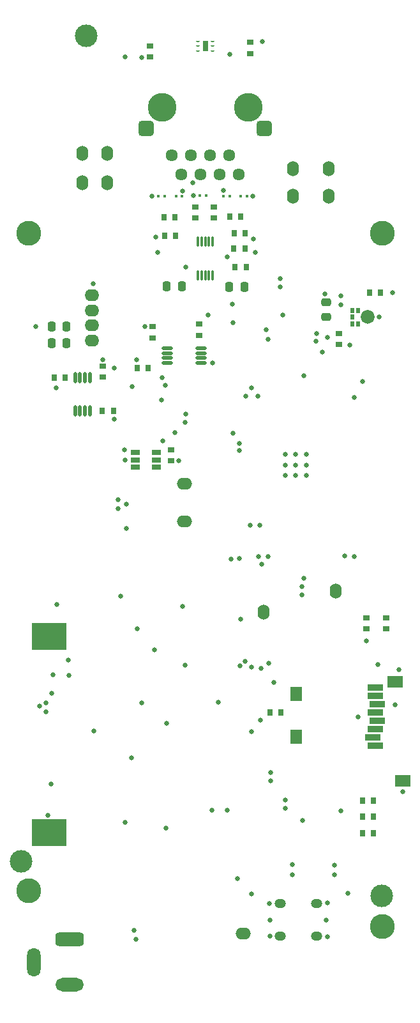
<source format=gbs>
G04*
G04 #@! TF.GenerationSoftware,Altium Limited,Altium Designer,24.0.1 (36)*
G04*
G04 Layer_Color=16711935*
%FSLAX44Y44*%
%MOMM*%
G71*
G04*
G04 #@! TF.SameCoordinates,7A80B53C-B2C1-45D1-8136-E7169236FAC4*
G04*
G04*
G04 #@! TF.FilePolarity,Negative*
G04*
G01*
G75*
%ADD22R,0.8000X0.9000*%
%ADD23R,0.9000X0.6500*%
%ADD24R,0.9000X0.8000*%
%ADD28R,0.6500X0.9000*%
G04:AMPARAMS|DCode=31|XSize=1mm|YSize=1.3mm|CornerRadius=0.25mm|HoleSize=0mm|Usage=FLASHONLY|Rotation=0.000|XOffset=0mm|YOffset=0mm|HoleType=Round|Shape=RoundedRectangle|*
%AMROUNDEDRECTD31*
21,1,1.0000,0.8000,0,0,0.0*
21,1,0.5000,1.3000,0,0,0.0*
1,1,0.5000,0.2500,-0.4000*
1,1,0.5000,-0.2500,-0.4000*
1,1,0.5000,-0.2500,0.4000*
1,1,0.5000,0.2500,0.4000*
%
%ADD31ROUNDEDRECTD31*%
G04:AMPARAMS|DCode=34|XSize=1mm|YSize=1.3mm|CornerRadius=0.25mm|HoleSize=0mm|Usage=FLASHONLY|Rotation=270.000|XOffset=0mm|YOffset=0mm|HoleType=Round|Shape=RoundedRectangle|*
%AMROUNDEDRECTD34*
21,1,1.0000,0.8000,0,0,270.0*
21,1,0.5000,1.3000,0,0,270.0*
1,1,0.5000,-0.4000,-0.2500*
1,1,0.5000,-0.4000,0.2500*
1,1,0.5000,0.4000,0.2500*
1,1,0.5000,0.4000,-0.2500*
%
%ADD34ROUNDEDRECTD34*%
%ADD60C,3.0000*%
%ADD64R,0.4616X0.3516*%
%ADD80O,1.5700X2.0000*%
%ADD81C,1.8300*%
G04:AMPARAMS|DCode=82|XSize=1.8mm|YSize=3.8mm|CornerRadius=0.9mm|HoleSize=0mm|Usage=FLASHONLY|Rotation=0.000|XOffset=0mm|YOffset=0mm|HoleType=Round|Shape=RoundedRectangle|*
%AMROUNDEDRECTD82*
21,1,1.8000,2.0000,0,0,0.0*
21,1,0.0000,3.8000,0,0,0.0*
1,1,1.8000,0.0000,-1.0000*
1,1,1.8000,0.0000,-1.0000*
1,1,1.8000,0.0000,1.0000*
1,1,1.8000,0.0000,1.0000*
%
%ADD82ROUNDEDRECTD82*%
G04:AMPARAMS|DCode=83|XSize=3.7mm|YSize=1.8mm|CornerRadius=0.9mm|HoleSize=0mm|Usage=FLASHONLY|Rotation=0.000|XOffset=0mm|YOffset=0mm|HoleType=Round|Shape=RoundedRectangle|*
%AMROUNDEDRECTD83*
21,1,3.7000,0.0000,0,0,0.0*
21,1,1.9000,1.8000,0,0,0.0*
1,1,1.8000,0.9500,0.0000*
1,1,1.8000,-0.9500,0.0000*
1,1,1.8000,-0.9500,0.0000*
1,1,1.8000,0.9500,0.0000*
%
%ADD83ROUNDEDRECTD83*%
G04:AMPARAMS|DCode=84|XSize=3.8mm|YSize=1.8mm|CornerRadius=0.45mm|HoleSize=0mm|Usage=FLASHONLY|Rotation=0.000|XOffset=0mm|YOffset=0mm|HoleType=Round|Shape=RoundedRectangle|*
%AMROUNDEDRECTD84*
21,1,3.8000,0.9000,0,0,0.0*
21,1,2.9000,1.8000,0,0,0.0*
1,1,0.9000,1.4500,-0.4500*
1,1,0.9000,-1.4500,-0.4500*
1,1,0.9000,-1.4500,0.4500*
1,1,0.9000,1.4500,0.4500*
%
%ADD84ROUNDEDRECTD84*%
%ADD85C,0.6716*%
%ADD86O,1.5016X1.2516*%
%ADD87O,2.0000X1.5700*%
%ADD88C,3.3016*%
%ADD89O,1.9016X1.6016*%
G04:AMPARAMS|DCode=90|XSize=2.1016mm|YSize=2.1016mm|CornerRadius=0.5508mm|HoleSize=0mm|Usage=FLASHONLY|Rotation=270.000|XOffset=0mm|YOffset=0mm|HoleType=Round|Shape=RoundedRectangle|*
%AMROUNDEDRECTD90*
21,1,2.1016,1.0000,0,0,270.0*
21,1,1.0000,2.1016,0,0,270.0*
1,1,1.1016,-0.5000,-0.5000*
1,1,1.1016,-0.5000,0.5000*
1,1,1.1016,0.5000,0.5000*
1,1,1.1016,0.5000,-0.5000*
%
%ADD90ROUNDEDRECTD90*%
%ADD91O,1.6016X1.6256*%
%ADD92C,3.8016*%
%ADD93C,0.6616*%
%ADD94C,0.6566*%
G04:AMPARAMS|DCode=121|XSize=0.45mm|YSize=1.45mm|CornerRadius=0.1125mm|HoleSize=0mm|Usage=FLASHONLY|Rotation=0.000|XOffset=0mm|YOffset=0mm|HoleType=Round|Shape=RoundedRectangle|*
%AMROUNDEDRECTD121*
21,1,0.4500,1.2250,0,0,0.0*
21,1,0.2250,1.4500,0,0,0.0*
1,1,0.2250,0.1125,-0.6125*
1,1,0.2250,-0.1125,-0.6125*
1,1,0.2250,-0.1125,0.6125*
1,1,0.2250,0.1125,0.6125*
%
%ADD121ROUNDEDRECTD121*%
G04:AMPARAMS|DCode=122|XSize=0.3mm|YSize=1.35mm|CornerRadius=0.075mm|HoleSize=0mm|Usage=FLASHONLY|Rotation=0.000|XOffset=0mm|YOffset=0mm|HoleType=Round|Shape=RoundedRectangle|*
%AMROUNDEDRECTD122*
21,1,0.3000,1.2000,0,0,0.0*
21,1,0.1500,1.3500,0,0,0.0*
1,1,0.1500,0.0750,-0.6000*
1,1,0.1500,-0.0750,-0.6000*
1,1,0.1500,-0.0750,0.6000*
1,1,0.1500,0.0750,0.6000*
%
%ADD122ROUNDEDRECTD122*%
G04:AMPARAMS|DCode=123|XSize=0.45mm|YSize=1.45mm|CornerRadius=0.1125mm|HoleSize=0mm|Usage=FLASHONLY|Rotation=90.000|XOffset=0mm|YOffset=0mm|HoleType=Round|Shape=RoundedRectangle|*
%AMROUNDEDRECTD123*
21,1,0.4500,1.2250,0,0,90.0*
21,1,0.2250,1.4500,0,0,90.0*
1,1,0.2250,0.6125,0.1125*
1,1,0.2250,0.6125,-0.1125*
1,1,0.2250,-0.6125,-0.1125*
1,1,0.2250,-0.6125,0.1125*
%
%ADD123ROUNDEDRECTD123*%
G04:AMPARAMS|DCode=124|XSize=0.5mm|YSize=0.25mm|CornerRadius=0.125mm|HoleSize=0mm|Usage=FLASHONLY|Rotation=180.000|XOffset=0mm|YOffset=0mm|HoleType=Round|Shape=RoundedRectangle|*
%AMROUNDEDRECTD124*
21,1,0.5000,0.0000,0,0,180.0*
21,1,0.2500,0.2500,0,0,180.0*
1,1,0.2500,-0.1250,0.0000*
1,1,0.2500,0.1250,0.0000*
1,1,0.2500,0.1250,0.0000*
1,1,0.2500,-0.1250,0.0000*
%
%ADD124ROUNDEDRECTD124*%
%ADD125R,0.6500X1.3500*%
%ADD129R,4.6016X3.6016*%
%ADD130R,0.6236X0.7016*%
%ADD131R,1.1516X0.7016*%
%ADD132R,2.1016X0.9016*%
%ADD133R,2.0016X1.5016*%
%ADD134R,1.5016X1.9016*%
D22*
X153500Y826000D02*
D03*
X138500D02*
D03*
X327500Y1041000D02*
D03*
X312500D02*
D03*
X329500Y1016000D02*
D03*
X314500D02*
D03*
D23*
X286000Y1096250D02*
D03*
Y1081750D02*
D03*
X262000Y1096250D02*
D03*
Y1081750D02*
D03*
X515000Y536750D02*
D03*
Y551250D02*
D03*
X489000D02*
D03*
Y536750D02*
D03*
X202000Y1309250D02*
D03*
Y1294750D02*
D03*
D24*
X230000Y774500D02*
D03*
Y759500D02*
D03*
X139000Y885500D02*
D03*
Y870500D02*
D03*
X335000Y1299500D02*
D03*
Y1314500D02*
D03*
X452000Y913500D02*
D03*
Y928500D02*
D03*
X267000Y941000D02*
D03*
Y926000D02*
D03*
X205000Y937500D02*
D03*
Y922500D02*
D03*
D28*
X313750Y1061000D02*
D03*
X328250D02*
D03*
X235250Y1058000D02*
D03*
X220750D02*
D03*
X360750Y426000D02*
D03*
X375250D02*
D03*
X483750Y288000D02*
D03*
X498250D02*
D03*
X483750Y266000D02*
D03*
X498250D02*
D03*
X483750Y309000D02*
D03*
X498250D02*
D03*
X235000Y1082701D02*
D03*
X220500D02*
D03*
X307782Y1083153D02*
D03*
X322282D02*
D03*
X89250Y870000D02*
D03*
X74750D02*
D03*
X492760Y982710D02*
D03*
X507260D02*
D03*
X199250Y883000D02*
D03*
X184750D02*
D03*
D31*
X71000Y938000D02*
D03*
X91000D02*
D03*
Y916000D02*
D03*
X71000D02*
D03*
X307000Y990000D02*
D03*
X327000D02*
D03*
X244000Y991000D02*
D03*
X224000D02*
D03*
D34*
X435000Y970000D02*
D03*
Y950000D02*
D03*
D60*
X31000Y229000D02*
D03*
X117000Y1323000D02*
D03*
X509000Y183000D02*
D03*
D64*
X221200Y1110000D02*
D03*
X212800D02*
D03*
X236000D02*
D03*
X244400D02*
D03*
X276455Y1110840D02*
D03*
X268055D02*
D03*
X307200Y1110000D02*
D03*
X298800D02*
D03*
X321800D02*
D03*
X330200D02*
D03*
D80*
X112000Y1128000D02*
D03*
X145000D02*
D03*
X439000Y1147000D02*
D03*
X391000D02*
D03*
X145000Y1167000D02*
D03*
X112000D02*
D03*
X439000Y1110000D02*
D03*
X448000Y587000D02*
D03*
X352000Y559000D02*
D03*
X391000Y1110000D02*
D03*
D81*
X490520Y950000D02*
D03*
D82*
X47880Y95530D02*
D03*
D83*
X94880Y65530D02*
D03*
D84*
Y125530D02*
D03*
D85*
X435685Y151398D02*
D03*
X360755D02*
D03*
D86*
X374255Y172898D02*
D03*
X422255D02*
D03*
X374255Y129898D02*
D03*
X422255D02*
D03*
D87*
X325000Y133000D02*
D03*
X247000Y679000D02*
D03*
Y729000D02*
D03*
D88*
X510179Y142308D02*
D03*
Y1061508D02*
D03*
X40979D02*
D03*
Y190308D02*
D03*
D89*
X125000Y979000D02*
D03*
Y939000D02*
D03*
Y959000D02*
D03*
Y919000D02*
D03*
D90*
X353470Y1200320D02*
D03*
X196970D02*
D03*
D91*
X281570Y1164320D02*
D03*
X243470Y1138920D02*
D03*
X268870D02*
D03*
X294270D02*
D03*
X319670D02*
D03*
X230770Y1164320D02*
D03*
X256170D02*
D03*
X306970D02*
D03*
D92*
X332370Y1227820D02*
D03*
X218070D02*
D03*
D93*
X73000Y476000D02*
D03*
X93000Y496000D02*
D03*
X78000Y569000D02*
D03*
X219000Y786000D02*
D03*
X235000Y797000D02*
D03*
X169000Y1295000D02*
D03*
X437000Y923000D02*
D03*
X71000Y452000D02*
D03*
X66000Y290000D02*
D03*
X127000Y402000D02*
D03*
X64000Y439000D02*
D03*
Y427000D02*
D03*
X94276Y475724D02*
D03*
X311000Y967000D02*
D03*
X170278Y669775D02*
D03*
X339000Y1053320D02*
D03*
X249000Y1016000D02*
D03*
X341000Y1035680D02*
D03*
X209362Y1056035D02*
D03*
X170000Y702000D02*
D03*
X374000Y1001000D02*
D03*
X336693Y856285D02*
D03*
X356000Y933000D02*
D03*
X455000Y978000D02*
D03*
X249000Y822000D02*
D03*
X222000Y860000D02*
D03*
X54887Y435111D02*
D03*
X506000Y950000D02*
D03*
X390536Y211312D02*
D03*
X390460Y224655D02*
D03*
X446167Y224025D02*
D03*
X446727Y211078D02*
D03*
X322000Y550000D02*
D03*
X437000Y174000D02*
D03*
Y129000D02*
D03*
X361000Y130000D02*
D03*
X360000Y173000D02*
D03*
X329000Y845000D02*
D03*
X311453Y796547D02*
D03*
X240000Y760000D02*
D03*
X378000Y953000D02*
D03*
X358000Y921000D02*
D03*
X374000Y990000D02*
D03*
X345000Y845000D02*
D03*
X217000Y840000D02*
D03*
X248000Y489000D02*
D03*
X163000Y580000D02*
D03*
X336000Y186000D02*
D03*
X318000Y206000D02*
D03*
X537000Y321000D02*
D03*
X381239Y299649D02*
D03*
X362000Y347000D02*
D03*
X464000Y187000D02*
D03*
X304000Y297000D02*
D03*
X284000D02*
D03*
X191000Y439000D02*
D03*
X248000Y811000D02*
D03*
X285000Y889000D02*
D03*
X292000Y440000D02*
D03*
X168000Y774000D02*
D03*
X178000Y858000D02*
D03*
X77000Y856000D02*
D03*
X154000Y815000D02*
D03*
X169000Y761000D02*
D03*
X320000Y773000D02*
D03*
X218000Y870000D02*
D03*
X154000Y883000D02*
D03*
X139000Y894000D02*
D03*
X159000Y708000D02*
D03*
Y696000D02*
D03*
X177000Y366000D02*
D03*
X70270Y331000D02*
D03*
X335000Y674000D02*
D03*
X531865Y483350D02*
D03*
X504000Y490000D02*
D03*
X50000Y938000D02*
D03*
X224000Y412000D02*
D03*
X434000Y981000D02*
D03*
X126000Y994000D02*
D03*
X184000Y894000D02*
D03*
X321000Y488000D02*
D03*
X527000Y436000D02*
D03*
X472690Y843781D02*
D03*
X349622Y622421D02*
D03*
X345593Y632791D02*
D03*
X472703Y633161D02*
D03*
X279000Y953000D02*
D03*
X195000Y938000D02*
D03*
X244700Y1116700D02*
D03*
X258000Y1128000D02*
D03*
X430000Y904000D02*
D03*
X466630Y912920D02*
D03*
X406000Y872000D02*
D03*
X307444Y1298342D02*
D03*
X422000Y918000D02*
D03*
X347000Y674000D02*
D03*
X328000Y494000D02*
D03*
X403000Y593000D02*
D03*
X309070Y629831D02*
D03*
X359000Y491000D02*
D03*
X183000Y126000D02*
D03*
X204000Y1110000D02*
D03*
X259255Y1110840D02*
D03*
X299000Y1118000D02*
D03*
X338000Y1110000D02*
D03*
X484000Y865000D02*
D03*
X245000Y567000D02*
D03*
D94*
X191000Y1294000D02*
D03*
X351000Y1315000D02*
D03*
X208000Y509000D02*
D03*
X304000Y1030000D02*
D03*
X422866Y927969D02*
D03*
X478000Y420000D02*
D03*
X180142Y137685D02*
D03*
X223000Y273000D02*
D03*
X381000Y310000D02*
D03*
X455000Y296000D02*
D03*
X404000Y283315D02*
D03*
X362000Y336000D02*
D03*
X348000Y416000D02*
D03*
X336000Y401000D02*
D03*
X312000Y943000D02*
D03*
X320000Y783000D02*
D03*
X403000Y582000D02*
D03*
X185000Y537000D02*
D03*
X336000Y486000D02*
D03*
X366000Y466000D02*
D03*
X212000Y1036000D02*
D03*
X275019Y1309450D02*
D03*
X409000Y740000D02*
D03*
X395000D02*
D03*
X381000D02*
D03*
Y754000D02*
D03*
X395000D02*
D03*
X409000D02*
D03*
Y768000D02*
D03*
X395000D02*
D03*
X381000D02*
D03*
X455000Y966000D02*
D03*
X358163Y632791D02*
D03*
X459911Y633383D02*
D03*
X320000Y630000D02*
D03*
X489000Y521000D02*
D03*
X406000Y604000D02*
D03*
X349000Y485000D02*
D03*
X169000Y281000D02*
D03*
X523755Y982741D02*
D03*
D121*
X102250Y870250D02*
D03*
X108750D02*
D03*
X115250D02*
D03*
X121750D02*
D03*
X102250Y825750D02*
D03*
X108750D02*
D03*
X115250D02*
D03*
X121750D02*
D03*
D122*
X270000Y1005750D02*
D03*
X285000D02*
D03*
X280000D02*
D03*
X275000D02*
D03*
X265000D02*
D03*
X285000Y1050250D02*
D03*
X280000D02*
D03*
X275000D02*
D03*
X270000D02*
D03*
X265000D02*
D03*
D123*
X224750Y889250D02*
D03*
Y895750D02*
D03*
Y902250D02*
D03*
Y908750D02*
D03*
X269250Y889250D02*
D03*
Y895750D02*
D03*
Y902250D02*
D03*
Y908750D02*
D03*
D124*
X284500Y1315500D02*
D03*
Y1309000D02*
D03*
Y1302500D02*
D03*
X265500D02*
D03*
Y1309000D02*
D03*
Y1315500D02*
D03*
D125*
X275000Y1309000D02*
D03*
D129*
X68000Y527000D02*
D03*
Y267000D02*
D03*
D130*
X469780Y959000D02*
D03*
X478000D02*
D03*
Y941000D02*
D03*
X469780D02*
D03*
Y950000D02*
D03*
D131*
X209750Y770500D02*
D03*
Y761000D02*
D03*
Y751500D02*
D03*
X182250D02*
D03*
Y761000D02*
D03*
Y770500D02*
D03*
D132*
X502980Y414850D02*
D03*
X500980Y403850D02*
D03*
Y381850D02*
D03*
X496980Y392850D02*
D03*
X502980Y436850D02*
D03*
X500980Y425850D02*
D03*
Y447850D02*
D03*
Y458850D02*
D03*
D133*
X536980Y335250D02*
D03*
X526980Y466750D02*
D03*
D134*
X395480Y393750D02*
D03*
Y450750D02*
D03*
M02*

</source>
